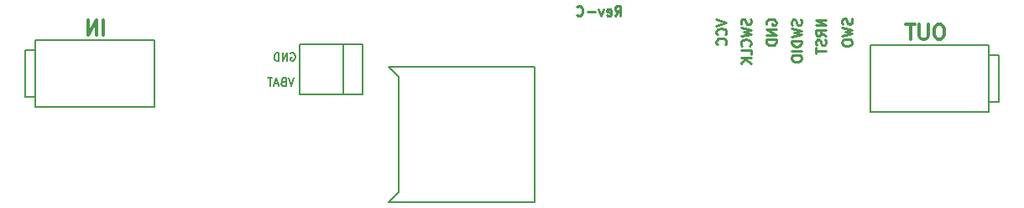
<source format=gbo>
G04 #@! TF.FileFunction,Legend,Bot*
%FSLAX46Y46*%
G04 Gerber Fmt 4.6, Leading zero omitted, Abs format (unit mm)*
G04 Created by KiCad (PCBNEW 4.0.6-e0-6349~52~ubuntu16.10.1) date Mon May  8 18:25:15 2017*
%MOMM*%
%LPD*%
G01*
G04 APERTURE LIST*
%ADD10C,0.100000*%
%ADD11C,0.150000*%
%ADD12C,0.250000*%
%ADD13C,0.300000*%
%ADD14C,0.200000*%
G04 APERTURE END LIST*
D10*
D11*
X106216286Y-87344305D02*
X105949619Y-88144305D01*
X105682952Y-87344305D01*
X105149619Y-87725257D02*
X105035333Y-87763352D01*
X104997238Y-87801448D01*
X104959143Y-87877638D01*
X104959143Y-87991924D01*
X104997238Y-88068114D01*
X105035333Y-88106210D01*
X105111524Y-88144305D01*
X105416286Y-88144305D01*
X105416286Y-87344305D01*
X105149619Y-87344305D01*
X105073429Y-87382400D01*
X105035333Y-87420495D01*
X104997238Y-87496686D01*
X104997238Y-87572876D01*
X105035333Y-87649067D01*
X105073429Y-87687162D01*
X105149619Y-87725257D01*
X105416286Y-87725257D01*
X104654381Y-87915733D02*
X104273429Y-87915733D01*
X104730572Y-88144305D02*
X104463905Y-87344305D01*
X104197238Y-88144305D01*
X104044858Y-87344305D02*
X103587715Y-87344305D01*
X103816286Y-88144305D02*
X103816286Y-87344305D01*
X105917923Y-84842400D02*
X105994114Y-84804305D01*
X106108399Y-84804305D01*
X106222685Y-84842400D01*
X106298876Y-84918590D01*
X106336971Y-84994781D01*
X106375066Y-85147162D01*
X106375066Y-85261448D01*
X106336971Y-85413829D01*
X106298876Y-85490019D01*
X106222685Y-85566210D01*
X106108399Y-85604305D01*
X106032209Y-85604305D01*
X105917923Y-85566210D01*
X105879828Y-85528114D01*
X105879828Y-85261448D01*
X106032209Y-85261448D01*
X105536971Y-85604305D02*
X105536971Y-84804305D01*
X105079828Y-85604305D01*
X105079828Y-84804305D01*
X104698876Y-85604305D02*
X104698876Y-84804305D01*
X104508400Y-84804305D01*
X104394114Y-84842400D01*
X104317923Y-84918590D01*
X104279828Y-84994781D01*
X104241733Y-85147162D01*
X104241733Y-85261448D01*
X104279828Y-85413829D01*
X104317923Y-85490019D01*
X104394114Y-85566210D01*
X104508400Y-85604305D01*
X104698876Y-85604305D01*
D12*
X138619047Y-81052381D02*
X138952381Y-80576190D01*
X139190476Y-81052381D02*
X139190476Y-80052381D01*
X138809523Y-80052381D01*
X138714285Y-80100000D01*
X138666666Y-80147619D01*
X138619047Y-80242857D01*
X138619047Y-80385714D01*
X138666666Y-80480952D01*
X138714285Y-80528571D01*
X138809523Y-80576190D01*
X139190476Y-80576190D01*
X137809523Y-81004762D02*
X137904761Y-81052381D01*
X138095238Y-81052381D01*
X138190476Y-81004762D01*
X138238095Y-80909524D01*
X138238095Y-80528571D01*
X138190476Y-80433333D01*
X138095238Y-80385714D01*
X137904761Y-80385714D01*
X137809523Y-80433333D01*
X137761904Y-80528571D01*
X137761904Y-80623810D01*
X138238095Y-80719048D01*
X137428571Y-80385714D02*
X137190476Y-81052381D01*
X136952380Y-80385714D01*
X136571428Y-80671429D02*
X135809523Y-80671429D01*
X134761904Y-80957143D02*
X134809523Y-81004762D01*
X134952380Y-81052381D01*
X135047618Y-81052381D01*
X135190476Y-81004762D01*
X135285714Y-80909524D01*
X135333333Y-80814286D01*
X135380952Y-80623810D01*
X135380952Y-80480952D01*
X135333333Y-80290476D01*
X135285714Y-80195238D01*
X135190476Y-80100000D01*
X135047618Y-80052381D01*
X134952380Y-80052381D01*
X134809523Y-80100000D01*
X134761904Y-80147619D01*
X162482162Y-81321448D02*
X162529781Y-81464305D01*
X162529781Y-81702401D01*
X162482162Y-81797639D01*
X162434543Y-81845258D01*
X162339305Y-81892877D01*
X162244067Y-81892877D01*
X162148829Y-81845258D01*
X162101210Y-81797639D01*
X162053590Y-81702401D01*
X162005971Y-81511924D01*
X161958352Y-81416686D01*
X161910733Y-81369067D01*
X161815495Y-81321448D01*
X161720257Y-81321448D01*
X161625019Y-81369067D01*
X161577400Y-81416686D01*
X161529781Y-81511924D01*
X161529781Y-81750020D01*
X161577400Y-81892877D01*
X161529781Y-82226210D02*
X162529781Y-82464305D01*
X161815495Y-82654782D01*
X162529781Y-82845258D01*
X161529781Y-83083353D01*
X161529781Y-83654781D02*
X161529781Y-83845258D01*
X161577400Y-83940496D01*
X161672638Y-84035734D01*
X161863114Y-84083353D01*
X162196448Y-84083353D01*
X162386924Y-84035734D01*
X162482162Y-83940496D01*
X162529781Y-83845258D01*
X162529781Y-83654781D01*
X162482162Y-83559543D01*
X162386924Y-83464305D01*
X162196448Y-83416686D01*
X161863114Y-83416686D01*
X161672638Y-83464305D01*
X161577400Y-83559543D01*
X161529781Y-83654781D01*
X159875481Y-81453243D02*
X158875481Y-81453243D01*
X159875481Y-82024672D01*
X158875481Y-82024672D01*
X159875481Y-83072291D02*
X159399290Y-82738957D01*
X159875481Y-82500862D02*
X158875481Y-82500862D01*
X158875481Y-82881815D01*
X158923100Y-82977053D01*
X158970719Y-83024672D01*
X159065957Y-83072291D01*
X159208814Y-83072291D01*
X159304052Y-83024672D01*
X159351671Y-82977053D01*
X159399290Y-82881815D01*
X159399290Y-82500862D01*
X159827862Y-83453243D02*
X159875481Y-83596100D01*
X159875481Y-83834196D01*
X159827862Y-83929434D01*
X159780243Y-83977053D01*
X159685005Y-84024672D01*
X159589767Y-84024672D01*
X159494529Y-83977053D01*
X159446910Y-83929434D01*
X159399290Y-83834196D01*
X159351671Y-83643719D01*
X159304052Y-83548481D01*
X159256433Y-83500862D01*
X159161195Y-83453243D01*
X159065957Y-83453243D01*
X158970719Y-83500862D01*
X158923100Y-83548481D01*
X158875481Y-83643719D01*
X158875481Y-83881815D01*
X158923100Y-84024672D01*
X158875481Y-84310386D02*
X158875481Y-84881815D01*
X159875481Y-84596100D02*
X158875481Y-84596100D01*
X157376762Y-81434253D02*
X157424381Y-81577110D01*
X157424381Y-81815206D01*
X157376762Y-81910444D01*
X157329143Y-81958063D01*
X157233905Y-82005682D01*
X157138667Y-82005682D01*
X157043429Y-81958063D01*
X156995810Y-81910444D01*
X156948190Y-81815206D01*
X156900571Y-81624729D01*
X156852952Y-81529491D01*
X156805333Y-81481872D01*
X156710095Y-81434253D01*
X156614857Y-81434253D01*
X156519619Y-81481872D01*
X156472000Y-81529491D01*
X156424381Y-81624729D01*
X156424381Y-81862825D01*
X156472000Y-82005682D01*
X156424381Y-82339015D02*
X157424381Y-82577110D01*
X156710095Y-82767587D01*
X157424381Y-82958063D01*
X156424381Y-83196158D01*
X157424381Y-83577110D02*
X156424381Y-83577110D01*
X156424381Y-83815205D01*
X156472000Y-83958063D01*
X156567238Y-84053301D01*
X156662476Y-84100920D01*
X156852952Y-84148539D01*
X156995810Y-84148539D01*
X157186286Y-84100920D01*
X157281524Y-84053301D01*
X157376762Y-83958063D01*
X157424381Y-83815205D01*
X157424381Y-83577110D01*
X157424381Y-84577110D02*
X156424381Y-84577110D01*
X156424381Y-85243776D02*
X156424381Y-85434253D01*
X156472000Y-85529491D01*
X156567238Y-85624729D01*
X156757714Y-85672348D01*
X157091048Y-85672348D01*
X157281524Y-85624729D01*
X157376762Y-85529491D01*
X157424381Y-85434253D01*
X157424381Y-85243776D01*
X157376762Y-85148538D01*
X157281524Y-85053300D01*
X157091048Y-85005681D01*
X156757714Y-85005681D01*
X156567238Y-85053300D01*
X156472000Y-85148538D01*
X156424381Y-85243776D01*
X153919300Y-81940496D02*
X153871681Y-81845258D01*
X153871681Y-81702401D01*
X153919300Y-81559543D01*
X154014538Y-81464305D01*
X154109776Y-81416686D01*
X154300252Y-81369067D01*
X154443110Y-81369067D01*
X154633586Y-81416686D01*
X154728824Y-81464305D01*
X154824062Y-81559543D01*
X154871681Y-81702401D01*
X154871681Y-81797639D01*
X154824062Y-81940496D01*
X154776443Y-81988115D01*
X154443110Y-81988115D01*
X154443110Y-81797639D01*
X154871681Y-82416686D02*
X153871681Y-82416686D01*
X154871681Y-82988115D01*
X153871681Y-82988115D01*
X154871681Y-83464305D02*
X153871681Y-83464305D01*
X153871681Y-83702400D01*
X153919300Y-83845258D01*
X154014538Y-83940496D01*
X154109776Y-83988115D01*
X154300252Y-84035734D01*
X154443110Y-84035734D01*
X154633586Y-83988115D01*
X154728824Y-83940496D01*
X154824062Y-83845258D01*
X154871681Y-83702400D01*
X154871681Y-83464305D01*
X152271362Y-81354895D02*
X152318981Y-81497752D01*
X152318981Y-81735848D01*
X152271362Y-81831086D01*
X152223743Y-81878705D01*
X152128505Y-81926324D01*
X152033267Y-81926324D01*
X151938029Y-81878705D01*
X151890410Y-81831086D01*
X151842790Y-81735848D01*
X151795171Y-81545371D01*
X151747552Y-81450133D01*
X151699933Y-81402514D01*
X151604695Y-81354895D01*
X151509457Y-81354895D01*
X151414219Y-81402514D01*
X151366600Y-81450133D01*
X151318981Y-81545371D01*
X151318981Y-81783467D01*
X151366600Y-81926324D01*
X151318981Y-82259657D02*
X152318981Y-82497752D01*
X151604695Y-82688229D01*
X152318981Y-82878705D01*
X151318981Y-83116800D01*
X152223743Y-84069181D02*
X152271362Y-84021562D01*
X152318981Y-83878705D01*
X152318981Y-83783467D01*
X152271362Y-83640609D01*
X152176124Y-83545371D01*
X152080886Y-83497752D01*
X151890410Y-83450133D01*
X151747552Y-83450133D01*
X151557076Y-83497752D01*
X151461838Y-83545371D01*
X151366600Y-83640609D01*
X151318981Y-83783467D01*
X151318981Y-83878705D01*
X151366600Y-84021562D01*
X151414219Y-84069181D01*
X152318981Y-84973943D02*
X152318981Y-84497752D01*
X151318981Y-84497752D01*
X152318981Y-85307276D02*
X151318981Y-85307276D01*
X152318981Y-85878705D02*
X151747552Y-85450133D01*
X151318981Y-85878705D02*
X151890410Y-85307276D01*
X148842481Y-81369067D02*
X149842481Y-81702400D01*
X148842481Y-82035734D01*
X149747243Y-82940496D02*
X149794862Y-82892877D01*
X149842481Y-82750020D01*
X149842481Y-82654782D01*
X149794862Y-82511924D01*
X149699624Y-82416686D01*
X149604386Y-82369067D01*
X149413910Y-82321448D01*
X149271052Y-82321448D01*
X149080576Y-82369067D01*
X148985338Y-82416686D01*
X148890100Y-82511924D01*
X148842481Y-82654782D01*
X148842481Y-82750020D01*
X148890100Y-82892877D01*
X148937719Y-82940496D01*
X149747243Y-83940496D02*
X149794862Y-83892877D01*
X149842481Y-83750020D01*
X149842481Y-83654782D01*
X149794862Y-83511924D01*
X149699624Y-83416686D01*
X149604386Y-83369067D01*
X149413910Y-83321448D01*
X149271052Y-83321448D01*
X149080576Y-83369067D01*
X148985338Y-83416686D01*
X148890100Y-83511924D01*
X148842481Y-83654782D01*
X148842481Y-83750020D01*
X148890100Y-83892877D01*
X148937719Y-83940496D01*
D13*
X171476800Y-81906371D02*
X171191086Y-81906371D01*
X171048228Y-81977800D01*
X170905371Y-82120657D01*
X170833943Y-82406371D01*
X170833943Y-82906371D01*
X170905371Y-83192086D01*
X171048228Y-83334943D01*
X171191086Y-83406371D01*
X171476800Y-83406371D01*
X171619657Y-83334943D01*
X171762514Y-83192086D01*
X171833943Y-82906371D01*
X171833943Y-82406371D01*
X171762514Y-82120657D01*
X171619657Y-81977800D01*
X171476800Y-81906371D01*
X170191085Y-81906371D02*
X170191085Y-83120657D01*
X170119657Y-83263514D01*
X170048228Y-83334943D01*
X169905371Y-83406371D01*
X169619657Y-83406371D01*
X169476799Y-83334943D01*
X169405371Y-83263514D01*
X169333942Y-83120657D01*
X169333942Y-81906371D01*
X168833942Y-81906371D02*
X167976799Y-81906371D01*
X168405370Y-83406371D02*
X168405370Y-81906371D01*
X87018714Y-82999971D02*
X87018714Y-81499971D01*
X86304428Y-82999971D02*
X86304428Y-81499971D01*
X85447285Y-82999971D01*
X85447285Y-81499971D01*
D11*
X111219200Y-83910000D02*
X111219200Y-88990000D01*
X106774200Y-83910000D02*
X106774200Y-88990000D01*
X113124200Y-88990000D02*
X113124200Y-83910000D01*
X113124200Y-88990000D02*
X106774200Y-88990000D01*
X113124200Y-83910000D02*
X106774200Y-83910000D01*
D14*
X176345600Y-85000000D02*
X177345600Y-85000000D01*
X177345600Y-85000000D02*
X177345600Y-89750000D01*
X177345600Y-89750000D02*
X176345600Y-89750000D01*
X176345600Y-84000000D02*
X176345600Y-90750000D01*
X176345600Y-90750000D02*
X164345600Y-90750000D01*
X164345600Y-90750000D02*
X164345600Y-84000000D01*
X164345600Y-84000000D02*
X176345600Y-84000000D01*
X80143600Y-89287600D02*
X79143600Y-89287600D01*
X79143600Y-89287600D02*
X79143600Y-84537600D01*
X79143600Y-84537600D02*
X80143600Y-84537600D01*
X80143600Y-90287600D02*
X80143600Y-83537600D01*
X80143600Y-83537600D02*
X92143600Y-83537600D01*
X92143600Y-83537600D02*
X92143600Y-90287600D01*
X92143600Y-90287600D02*
X80143600Y-90287600D01*
X115798600Y-86207600D02*
X116814600Y-87223600D01*
X115798600Y-99923600D02*
X116814600Y-98907600D01*
X116814600Y-98907600D02*
X116814600Y-87223600D01*
X115798600Y-86207600D02*
X130530600Y-86207600D01*
X130530600Y-86207600D02*
X130530600Y-99923600D01*
X130530600Y-99923600D02*
X115798600Y-99923600D01*
M02*

</source>
